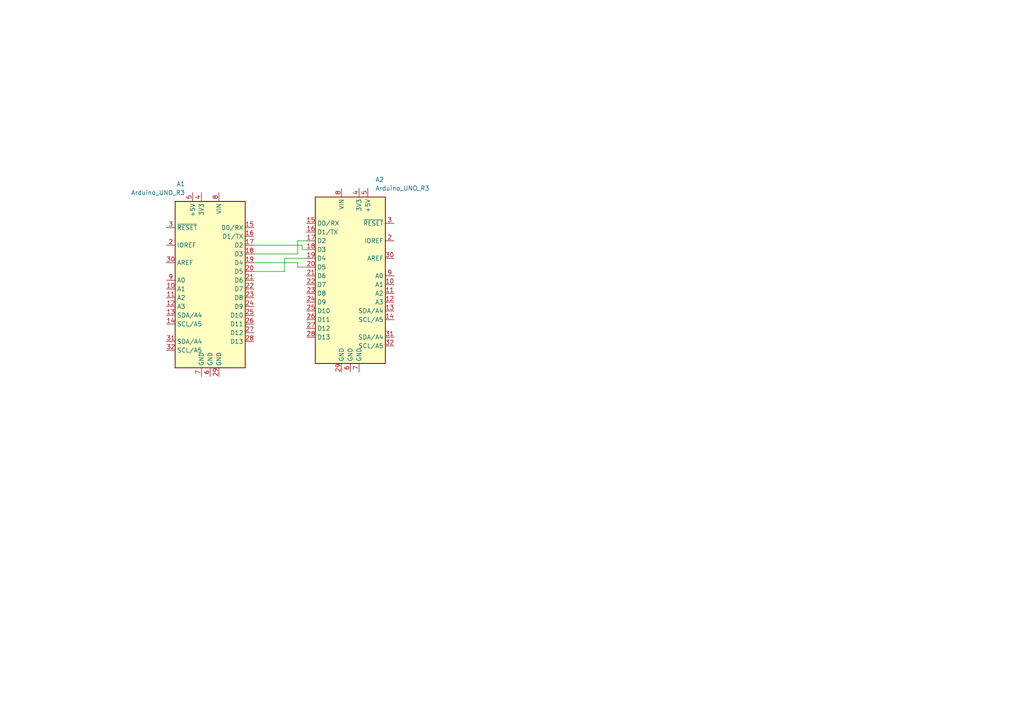
<source format=kicad_sch>
(kicad_sch (version 20230121) (generator eeschema)
  (paper "A4")
  (lib_symbols
    (symbol "MCU_Module:Arduino_UNO_R3"
      (property "Reference" "A" (at -10.16 23.495 0))
      (property "Value" "Arduino_UNO_R3" (at 5.08 -26.67 0))
      (symbol "Arduino_UNO_R3_0_1"
        (rectangle (start -10.16 22.86) (end 10.16 -25.4) (stroke (width 0.254)) (fill (type background)))
      )
      (symbol "Arduino_UNO_R3_1_1"
        (pin no_connect line (at -10.16 -20.32 0) (length 2.54) hide (name "NC") (number "1"))
        (pin bidirectional line (at 12.7 -2.54 180) (length 2.54) (name "A1") (number "10"))
        (pin bidirectional line (at 12.7 -5.08 180) (length 2.54) (name "A2") (number "11"))
        (pin bidirectional line (at 12.7 -7.62 180) (length 2.54) (name "A3") (number "12"))
        (pin bidirectional line (at 12.7 -10.16 180) (length 2.54) (name "SDA/A4") (number "13"))
        (pin bidirectional line (at 12.7 -12.7 180) (length 2.54) (name "SCL/A5") (number "14"))
        (pin bidirectional line (at -12.7 15.24 0) (length 2.54) (name "D0/RX") (number "15"))
        (pin bidirectional line (at -12.7 12.7 0) (length 2.54) (name "D1/TX") (number "16"))
        (pin bidirectional line (at -12.7 10.16 0) (length 2.54) (name "D2") (number "17"))
        (pin bidirectional line (at -12.7 7.62 0) (length 2.54) (name "D3") (number "18"))
        (pin bidirectional line (at -12.7 5.08 0) (length 2.54) (name "D4") (number "19"))
        (pin output line (at 12.7 10.16 180) (length 2.54) (name "IOREF") (number "2"))
        (pin bidirectional line (at -12.7 2.54 0) (length 2.54) (name "D5") (number "20"))
        (pin bidirectional line (at -12.7 0 0) (length 2.54) (name "D6") (number "21"))
        (pin bidirectional line (at -12.7 -2.54 0) (length 2.54) (name "D7") (number "22"))
        (pin bidirectional line (at -12.7 -5.08 0) (length 2.54) (name "D8") (number "23"))
        (pin bidirectional line (at -12.7 -7.62 0) (length 2.54) (name "D9") (number "24"))
        (pin bidirectional line (at -12.7 -10.16 0) (length 2.54) (name "D10") (number "25"))
        (pin bidirectional line (at -12.7 -12.7 0) (length 2.54) (name "D11") (number "26"))
        (pin bidirectional line (at -12.7 -15.24 0) (length 2.54) (name "D12") (number "27"))
        (pin bidirectional line (at -12.7 -17.78 0) (length 2.54) (name "D13") (number "28"))
        (pin power_in line (at -2.54 -27.94 90) (length 2.54) (name "GND") (number "29"))
        (pin input line (at 12.7 15.24 180) (length 2.54) (name "~{RESET}") (number "3"))
        (pin input line (at 12.7 5.08 180) (length 2.54) (name "AREF") (number "30"))
        (pin bidirectional line (at 12.7 -17.78 180) (length 2.54) (name "SDA/A4") (number "31"))
        (pin bidirectional line (at 12.7 -20.32 180) (length 2.54) (name "SCL/A5") (number "32"))
        (pin power_out line (at 2.54 25.4 270) (length 2.54) (name "3V3") (number "4"))
        (pin power_out line (at 5.08 25.4 270) (length 2.54) (name "+5V") (number "5"))
        (pin power_in line (at 0 -27.94 90) (length 2.54) (name "GND") (number "6"))
        (pin power_in line (at 2.54 -27.94 90) (length 2.54) (name "GND") (number "7"))
        (pin power_in line (at -2.54 25.4 270) (length 2.54) (name "VIN") (number "8"))
        (pin bidirectional line (at 12.7 0 180) (length 2.54) (name "A0") (number "9"))
      )
    )
  )
  (wire (pts (xy 87.63 71.12) (xy 87.63 72.39)))
  (wire (pts (xy 86.36 73.66) (xy 86.36 69.85)))
  (wire (pts (xy 87.63 72.39) (xy 88.9 72.39)))
  (wire (pts (xy 86.36 77.47) (xy 88.9 77.47)))
  (wire (pts (xy 82.55 74.93) (xy 88.9 74.93)))
  (wire (pts (xy 86.36 76.2) (xy 86.36 77.47)))
  (wire (pts (xy 73.66 73.66) (xy 86.36 73.66)))
  (wire (pts (xy 82.55 78.74) (xy 82.55 74.93)))
  (wire (pts (xy 73.66 78.74) (xy 82.55 78.74)))
  (wire (pts (xy 73.66 71.12) (xy 87.63 71.12)))
  (wire (pts (xy 86.36 69.85) (xy 88.9 69.85)))
  (wire (pts (xy 73.66 76.2) (xy 86.36 76.2)))
  (symbol (lib_id "MCU_Module:Arduino_UNO_R3") (at 60.96 81.28 0) (mirror y) (unit 1)
    (property "Reference" "A1" (at 53.6859 53.34 0) (effects (justify left)))
    (property "Value" "Arduino_UNO_R3" (at 53.6859 55.88 0) (effects (justify left)))
    (property "Footprint" "Module:Arduino_UNO_R3" (effects hide))
    (property "Datasheet" "https://www.arduino.cc/en/Main/arduinoBoardUno" (effects hide))
  )
  (symbol (lib_id "MCU_Module:Arduino_UNO_R3") (at 101.6 80.01 0) (unit 1)
    (property "Reference" "A2" (at 108.8741 52.07 0) (effects (justify left)))
    (property "Value" "Arduino_UNO_R3" (at 108.8741 54.61 0) (effects (justify left)))
    (property "Footprint" "Module:Arduino_UNO_R3" (effects hide))
    (property "Datasheet" "https://www.arduino.cc/en/Main/arduinoBoardUno" (effects hide))
  )
)
</source>
